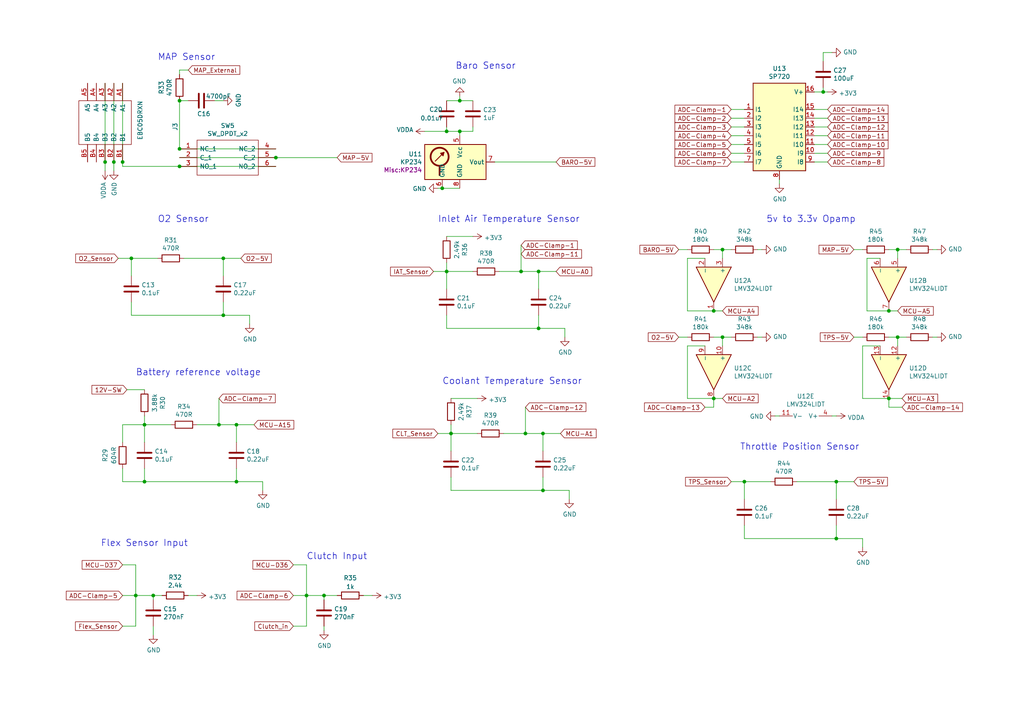
<source format=kicad_sch>
(kicad_sch (version 20230121) (generator eeschema)
  (paper "A4")
  (lib_symbols
    (symbol "Amplifier_Operational:LMV324" (pin_names (offset 0.127))
      (property "Reference" "U" (at 0 5.08 0))
      (property "Value" "LMV324" (at 0 -5.08 0))
      (symbol "LMV324_1_1"
        (pin output line (at 7.62 0 180) (length 2.54) (name "~") (number "1"))
        (pin input line (at -7.62 -2.54 0) (length 2.54) (name "-") (number "2"))
        (pin input line (at -7.62 2.54 0) (length 2.54) (name "+") (number "3"))
      )
      (symbol "LMV324_2_1"
        (pin input line (at -7.62 2.54 0) (length 2.54) (name "+") (number "5"))
        (pin input line (at -7.62 -2.54 0) (length 2.54) (name "-") (number "6"))
        (pin output line (at 7.62 0 180) (length 2.54) (name "~") (number "7"))
      )
      (symbol "LMV324_3_1"
        (pin input line (at -7.62 2.54 0) (length 2.54) (name "+") (number "10"))
        (pin output line (at 7.62 0 180) (length 2.54) (name "~") (number "8"))
        (pin input line (at -7.62 -2.54 0) (length 2.54) (name "-") (number "9"))
      )
      (symbol "LMV324_4_1"
        (pin input line (at -7.62 2.54 0) (length 2.54) (name "+") (number "12"))
        (pin input line (at -7.62 -2.54 0) (length 2.54) (name "-") (number "13"))
        (pin output line (at 7.62 0 180) (length 2.54) (name "~") (number "14"))
      )
      (symbol "LMV324_5_1"
        (pin power_in line (at -2.54 -7.62 90) (length 3.81) (name "V-") (number "11"))
        (pin power_in line (at -2.54 7.62 270) (length 3.81) (name "V+") (number "4"))
      )
    )
    (symbol "Device:C" (pin_numbers hide) (pin_names (offset 0.254))
      (property "Reference" "C" (at 0.635 2.54 0))
      (property "Value" "C" (at 0.635 -2.54 0))
      (symbol "C_1_1"
        (pin passive line (at 0 3.81 270) (length 2.794) (name "~") (number "1"))
        (pin passive line (at 0 -3.81 90) (length 2.794) (name "~") (number "2"))
      )
    )
    (symbol "Device:R" (pin_numbers hide) (pin_names (offset 0))
      (property "Reference" "R" (at 2.032 0 90))
      (property "Value" "R" (at 0 0 90))
      (symbol "R_1_1"
        (pin passive line (at 0 3.81 270) (length 1.27) (name "~") (number "1"))
        (pin passive line (at 0 -3.81 90) (length 1.27) (name "~") (number "2"))
      )
    )
    (symbol "IC_Automotive:SP720"
      (property "Reference" "U" (at 0 15.875 0))
      (property "Value" "SP720" (at 0 13.97 0))
      (symbol "SP720_1_1"
        (pin input line (at -10.16 5.08 0) (length 2.54) (name "I1") (number "1"))
        (pin input line (at 10.16 -7.62 180) (length 2.54) (name "I9") (number "10"))
        (pin input line (at 10.16 -5.08 180) (length 2.54) (name "I10") (number "11"))
        (pin input line (at 10.16 -2.54 180) (length 2.54) (name "I11") (number "12"))
        (pin input line (at 10.16 0 180) (length 2.54) (name "I12") (number "13"))
        (pin open_collector line (at 10.16 2.54 180) (length 2.54) (name "I13") (number "14"))
        (pin input line (at 10.16 5.08 180) (length 2.54) (name "I14") (number "15"))
        (pin power_in line (at 10.16 10.16 180) (length 2.54) (name "V+") (number "16"))
        (pin input line (at -10.16 2.54 0) (length 2.54) (name "I2") (number "2"))
        (pin input line (at -10.16 0 0) (length 2.54) (name "I3") (number "3"))
        (pin input line (at -10.16 -2.54 0) (length 2.54) (name "I4") (number "4"))
        (pin input line (at -10.16 -5.08 0) (length 2.54) (name "I5") (number "5"))
        (pin input line (at -10.16 -7.62 0) (length 2.54) (name "I6") (number "6"))
        (pin input line (at -10.16 -10.16 0) (length 2.54) (name "I7") (number "7"))
        (pin power_in line (at 0 -15.24 90) (length 2.54) (name "GND") (number "8"))
        (pin input line (at 10.16 -10.16 180) (length 2.54) (name "I8") (number "9"))
      )
    )
    (symbol "Misc:AYZ0202AGRLC" (pin_names (offset 0.762))
      (property "Reference" "S" (at 24.13 7.62 0))
      (property "Value" "AYZ0202AGRLC" (at 24.13 5.08 0))
      (symbol "AYZ0202AGRLC_0_0"
        (pin bidirectional line (at 0 0 0) (length 5.08) (name "NC_1") (number "1"))
        (pin bidirectional line (at 0 -2.54 0) (length 5.08) (name "C_1") (number "2"))
        (pin bidirectional line (at 0 -5.08 0) (length 5.08) (name "NO_1") (number "3"))
        (pin bidirectional line (at 27.94 0 180) (length 5.08) (name "NC_2") (number "4"))
        (pin bidirectional line (at 27.94 -2.54 180) (length 5.08) (name "C_2") (number "5"))
        (pin bidirectional line (at 27.94 -5.08 180) (length 5.08) (name "NO_2") (number "6"))
      )
    )
    (symbol "Misc:EBC05DRXN" (pin_names (offset 0.762))
      (property "Reference" "J" (at 19.05 7.62 0))
      (property "Value" "EBC05DRXN" (at 19.05 5.08 0))
      (symbol "EBC05DRXN_0_0"
        (pin passive line (at 0 0 0) (length 5.08) (name "A1") (number "A1"))
        (pin passive line (at 0 -2.54 0) (length 5.08) (name "A2") (number "A2"))
        (pin passive line (at 0 -5.08 0) (length 5.08) (name "A3") (number "A3"))
        (pin passive line (at 0 -7.62 0) (length 5.08) (name "A4") (number "A4"))
        (pin passive line (at 0 -10.16 0) (length 5.08) (name "A5") (number "A5"))
        (pin passive line (at 22.86 0 180) (length 5.08) (name "B1") (number "B1"))
        (pin passive line (at 22.86 -2.54 180) (length 5.08) (name "B2") (number "B2"))
        (pin passive line (at 22.86 -5.08 180) (length 5.08) (name "B3") (number "B3"))
        (pin passive line (at 22.86 -7.62 180) (length 5.08) (name "B4") (number "B4"))
        (pin passive line (at 22.86 -10.16 180) (length 5.08) (name "B5") (number "B5"))
      )
    )
    (symbol "Misc:KP234"
      (property "Reference" "U18" (at -10.8966 2.3114 0))
      (property "Value" "KP234" (at -10.8966 0 0))
      (property "Footprint" "Misc:KP234" (at -10.8966 -2.3114 0))
      (symbol "KP234_1_1"
        (pin no_connect line (at 5.08 -5.08 90) (length 2.54) hide (name "NC") (number "1"))
        (pin no_connect line (at -7.62 -5.08 90) (length 2.54) hide (name "NC") (number "2"))
        (pin no_connect line (at 2.54 -5.08 90) (length 2.54) hide (name "NC") (number "3"))
        (pin no_connect line (at -2.54 -5.08 90) (length 2.54) hide (name "NC") (number "4"))
        (pin power_in line (at 0 7.62 270) (length 2.54) (name "Vcc") (number "5"))
        (pin power_in line (at -5.08 -7.62 90) (length 2.54) (name "GND") (number "6"))
        (pin output line (at 10.16 0 180) (length 2.54) (name "Vout") (number "7"))
        (pin power_in line (at 0 -7.62 90) (length 2.54) (name "GND") (number "8"))
      )
    )
    (symbol "power:+3V3" (power) (pin_names (offset 0))
      (property "Value" "+3V3" (at 0 3.556 0))
      (symbol "+3V3_1_1"
        (pin power_in line (at 0 0 90) (length 0) hide (name "+3V3") (number "1"))
      )
    )
    (symbol "power:GND" (power) (pin_names (offset 0))
      (property "Value" "GND" (at 0 -3.81 0))
      (symbol "GND_1_1"
        (pin power_in line (at 0 0 270) (length 0) hide (name "GND") (number "1"))
      )
    )
    (symbol "power:VDDA" (power) (pin_names (offset 0))
      (property "Value" "VDDA" (at 0 3.81 0))
      (symbol "VDDA_1_1"
        (pin power_in line (at 0 0 90) (length 0) hide (name "VDDA") (number "1"))
      )
    )
  )
  (junction (at 133.35 29.21))
  (junction (at 38.1 74.93))
  (junction (at 238.76 26.67))
  (junction (at 207.01 115.57))
  (junction (at 130.81 125.73))
  (junction (at 151.13 78.74))
  (junction (at 93.98 172.72))
  (junction (at 128.27 54.61))
  (junction (at 129.54 78.74))
  (junction (at 129.54 38.1))
  (junction (at 64.77 74.93))
  (junction (at 209.55 72.39))
  (junction (at 39.37 172.72))
  (junction (at 63.5 123.19))
  (junction (at 242.57 156.21))
  (junction (at 152.4 125.73))
  (junction (at 156.21 95.25))
  (junction (at 156.21 78.74))
  (junction (at 30.48 46.99))
  (junction (at 157.48 142.24))
  (junction (at 44.45 172.72))
  (junction (at 260.35 72.39))
  (junction (at 215.9 139.7))
  (junction (at 157.48 125.73))
  (junction (at 88.9 172.72))
  (junction (at 68.58 139.7))
  (junction (at 257.81 90.17))
  (junction (at 257.81 115.57))
  (junction (at 35.56 46.99))
  (junction (at 133.35 38.1))
  (junction (at 242.57 139.7))
  (junction (at 207.01 90.17))
  (junction (at 64.77 91.44))
  (junction (at 41.91 139.7))
  (junction (at 41.91 123.19))
  (junction (at 52.07 29.21))
  (junction (at 33.02 46.99))
  (junction (at 52.07 48.26))
  (junction (at 52.07 43.18))
  (junction (at 80.01 45.72))
  (junction (at 209.55 97.79))
  (junction (at 260.35 97.79))
  (junction (at 68.58 123.19))
  (wire (pts (xy 44.45 172.72) (xy 39.37 172.72)))
  (wire (pts (xy 241.3 15.24) (xy 238.76 15.24)))
  (wire (pts (xy 130.81 142.24) (xy 157.48 142.24)))
  (wire (pts (xy 257.81 97.79) (xy 260.35 97.79)))
  (wire (pts (xy 247.65 139.7) (xy 242.57 139.7)))
  (wire (pts (xy 199.39 100.33) (xy 199.39 115.57)))
  (wire (pts (xy 44.45 173.99) (xy 44.45 172.72)))
  (wire (pts (xy 57.15 123.19) (xy 63.5 123.19)))
  (wire (pts (xy 144.78 78.74) (xy 151.13 78.74)))
  (wire (pts (xy 33.02 49.53) (xy 33.02 46.99)))
  (wire (pts (xy 207.01 118.11) (xy 207.01 115.57)))
  (wire (pts (xy 236.22 44.45) (xy 240.03 44.45)))
  (wire (pts (xy 129.54 29.21) (xy 133.35 29.21)))
  (wire (pts (xy 157.48 125.73) (xy 157.48 130.81)))
  (wire (pts (xy 165.1 142.24) (xy 165.1 144.78)))
  (wire (pts (xy 261.62 115.57) (xy 257.81 115.57)))
  (wire (pts (xy 30.48 24.13) (xy 30.48 46.99)))
  (wire (pts (xy 88.9 181.61) (xy 88.9 172.72)))
  (wire (pts (xy 73.66 123.19) (xy 68.58 123.19)))
  (wire (pts (xy 41.91 120.65) (xy 41.91 123.19)))
  (wire (pts (xy 240.03 41.91) (xy 236.22 41.91)))
  (wire (pts (xy 39.37 172.72) (xy 35.56 172.72)))
  (wire (pts (xy 76.2 139.7) (xy 76.2 142.24)))
  (wire (pts (xy 88.9 163.83) (xy 88.9 172.72)))
  (wire (pts (xy 85.09 172.72) (xy 88.9 172.72)))
  (wire (pts (xy 129.54 83.82) (xy 129.54 78.74)))
  (wire (pts (xy 215.9 44.45) (xy 212.09 44.45)))
  (wire (pts (xy 251.46 90.17) (xy 257.81 90.17)))
  (wire (pts (xy 68.58 135.89) (xy 68.58 139.7)))
  (wire (pts (xy 64.77 29.21) (xy 62.23 29.21)))
  (wire (pts (xy 251.46 74.93) (xy 251.46 90.17)))
  (wire (pts (xy 129.54 91.44) (xy 129.54 95.25)))
  (wire (pts (xy 93.98 172.72) (xy 97.79 172.72)))
  (wire (pts (xy 151.13 71.12) (xy 151.13 78.74)))
  (wire (pts (xy 231.14 139.7) (xy 242.57 139.7)))
  (wire (pts (xy 199.39 74.93) (xy 204.47 74.93)))
  (wire (pts (xy 215.9 139.7) (xy 223.52 139.7)))
  (wire (pts (xy 162.56 125.73) (xy 157.48 125.73)))
  (wire (pts (xy 129.54 36.83) (xy 129.54 38.1)))
  (wire (pts (xy 52.07 43.18) (xy 80.01 43.18)))
  (wire (pts (xy 39.37 163.83) (xy 39.37 172.72)))
  (wire (pts (xy 129.54 76.2) (xy 129.54 78.74)))
  (wire (pts (xy 53.34 74.93) (xy 64.77 74.93)))
  (wire (pts (xy 261.62 118.11) (xy 257.81 118.11)))
  (wire (pts (xy 209.55 90.17) (xy 207.01 90.17)))
  (wire (pts (xy 129.54 78.74) (xy 137.16 78.74)))
  (wire (pts (xy 156.21 78.74) (xy 156.21 83.82)))
  (wire (pts (xy 64.77 74.93) (xy 64.77 80.01)))
  (wire (pts (xy 130.81 125.73) (xy 138.43 125.73)))
  (wire (pts (xy 270.51 97.79) (xy 271.78 97.79)))
  (wire (pts (xy 39.37 181.61) (xy 39.37 172.72)))
  (wire (pts (xy 209.55 74.93) (xy 209.55 72.39)))
  (wire (pts (xy 35.56 163.83) (xy 39.37 163.83)))
  (wire (pts (xy 93.98 173.99) (xy 93.98 172.72)))
  (wire (pts (xy 33.02 24.13) (xy 33.02 46.99)))
  (wire (pts (xy 137.16 68.58) (xy 129.54 68.58)))
  (wire (pts (xy 260.35 100.33) (xy 260.35 97.79)))
  (wire (pts (xy 250.19 100.33) (xy 250.19 115.57)))
  (wire (pts (xy 38.1 87.63) (xy 38.1 91.44)))
  (wire (pts (xy 35.56 48.26) (xy 52.07 48.26)))
  (wire (pts (xy 52.07 29.21) (xy 52.07 43.18)))
  (wire (pts (xy 204.47 118.11) (xy 207.01 118.11)))
  (wire (pts (xy 260.35 72.39) (xy 262.89 72.39)))
  (wire (pts (xy 68.58 139.7) (xy 76.2 139.7)))
  (wire (pts (xy 68.58 123.19) (xy 68.58 128.27)))
  (wire (pts (xy 127 54.61) (xy 128.27 54.61)))
  (wire (pts (xy 260.35 72.39) (xy 257.81 72.39)))
  (wire (pts (xy 247.65 97.79) (xy 250.19 97.79)))
  (wire (pts (xy 63.5 115.57) (xy 63.5 123.19)))
  (wire (pts (xy 215.9 156.21) (xy 242.57 156.21)))
  (wire (pts (xy 209.55 72.39) (xy 212.09 72.39)))
  (wire (pts (xy 64.77 87.63) (xy 64.77 91.44)))
  (wire (pts (xy 163.83 95.25) (xy 163.83 97.79)))
  (wire (pts (xy 207.01 90.17) (xy 199.39 90.17)))
  (wire (pts (xy 250.19 115.57) (xy 257.81 115.57)))
  (wire (pts (xy 220.98 72.39) (xy 219.71 72.39)))
  (wire (pts (xy 41.91 139.7) (xy 68.58 139.7)))
  (wire (pts (xy 85.09 181.61) (xy 88.9 181.61)))
  (wire (pts (xy 204.47 100.33) (xy 199.39 100.33)))
  (wire (pts (xy 46.99 172.72) (xy 44.45 172.72)))
  (wire (pts (xy 44.45 184.15) (xy 44.45 181.61)))
  (wire (pts (xy 130.81 138.43) (xy 130.81 142.24)))
  (wire (pts (xy 35.56 123.19) (xy 41.91 123.19)))
  (wire (pts (xy 242.57 152.4) (xy 242.57 156.21)))
  (wire (pts (xy 41.91 128.27) (xy 41.91 123.19)))
  (wire (pts (xy 35.56 46.99) (xy 35.56 48.26)))
  (wire (pts (xy 52.07 45.72) (xy 80.01 45.72)))
  (wire (pts (xy 41.91 135.89) (xy 41.91 139.7)))
  (wire (pts (xy 242.57 156.21) (xy 250.19 156.21)))
  (wire (pts (xy 35.56 139.7) (xy 41.91 139.7)))
  (wire (pts (xy 137.16 36.83) (xy 137.16 38.1)))
  (wire (pts (xy 196.85 72.39) (xy 199.39 72.39)))
  (wire (pts (xy 138.43 115.57) (xy 130.81 115.57)))
  (wire (pts (xy 240.03 31.75) (xy 236.22 31.75)))
  (wire (pts (xy 157.48 138.43) (xy 157.48 142.24)))
  (wire (pts (xy 212.09 36.83) (xy 215.9 36.83)))
  (wire (pts (xy 215.9 144.78) (xy 215.9 139.7)))
  (wire (pts (xy 35.56 24.13) (xy 35.56 46.99)))
  (wire (pts (xy 36.83 113.03) (xy 41.91 113.03)))
  (wire (pts (xy 69.85 74.93) (xy 64.77 74.93)))
  (wire (pts (xy 151.13 78.74) (xy 156.21 78.74)))
  (wire (pts (xy 125.73 78.74) (xy 129.54 78.74)))
  (wire (pts (xy 34.29 74.93) (xy 38.1 74.93)))
  (wire (pts (xy 215.9 152.4) (xy 215.9 156.21)))
  (wire (pts (xy 209.55 72.39) (xy 207.01 72.39)))
  (wire (pts (xy 199.39 115.57) (xy 207.01 115.57)))
  (wire (pts (xy 260.35 90.17) (xy 257.81 90.17)))
  (wire (pts (xy 54.61 172.72) (xy 57.15 172.72)))
  (wire (pts (xy 238.76 15.24) (xy 238.76 17.78)))
  (wire (pts (xy 38.1 91.44) (xy 64.77 91.44)))
  (wire (pts (xy 156.21 95.25) (xy 163.83 95.25)))
  (wire (pts (xy 128.27 54.61) (xy 133.35 54.61)))
  (wire (pts (xy 130.81 123.19) (xy 130.81 125.73)))
  (wire (pts (xy 85.09 163.83) (xy 88.9 163.83)))
  (wire (pts (xy 156.21 91.44) (xy 156.21 95.25)))
  (wire (pts (xy 157.48 142.24) (xy 165.1 142.24)))
  (wire (pts (xy 133.35 29.21) (xy 137.16 29.21)))
  (wire (pts (xy 226.06 53.34) (xy 226.06 52.07)))
  (wire (pts (xy 127 125.73) (xy 130.81 125.73)))
  (wire (pts (xy 35.56 181.61) (xy 39.37 181.61)))
  (wire (pts (xy 152.4 125.73) (xy 157.48 125.73)))
  (wire (pts (xy 35.56 128.27) (xy 35.56 123.19)))
  (wire (pts (xy 199.39 90.17) (xy 199.39 74.93)))
  (wire (pts (xy 240.03 36.83) (xy 236.22 36.83)))
  (wire (pts (xy 52.07 48.26) (xy 80.01 48.26)))
  (wire (pts (xy 215.9 34.29) (xy 212.09 34.29)))
  (wire (pts (xy 93.98 181.61) (xy 93.98 182.88)))
  (wire (pts (xy 238.76 25.4) (xy 238.76 26.67)))
  (wire (pts (xy 212.09 46.99) (xy 215.9 46.99)))
  (wire (pts (xy 152.4 118.11) (xy 152.4 125.73)))
  (wire (pts (xy 236.22 39.37) (xy 240.03 39.37)))
  (wire (pts (xy 146.05 125.73) (xy 152.4 125.73)))
  (wire (pts (xy 236.22 34.29) (xy 240.03 34.29)))
  (wire (pts (xy 133.35 29.21) (xy 133.35 27.94)))
  (wire (pts (xy 196.85 97.79) (xy 199.39 97.79)))
  (wire (pts (xy 260.35 74.93) (xy 260.35 72.39)))
  (wire (pts (xy 143.51 46.99) (xy 161.29 46.99)))
  (wire (pts (xy 105.41 172.72) (xy 107.95 172.72)))
  (wire (pts (xy 129.54 95.25) (xy 156.21 95.25)))
  (wire (pts (xy 260.35 97.79) (xy 262.89 97.79)))
  (wire (pts (xy 250.19 156.21) (xy 250.19 158.75)))
  (wire (pts (xy 52.07 20.32) (xy 52.07 21.59)))
  (wire (pts (xy 240.03 46.99) (xy 236.22 46.99)))
  (wire (pts (xy 41.91 123.19) (xy 49.53 123.19)))
  (wire (pts (xy 242.57 139.7) (xy 242.57 144.78)))
  (wire (pts (xy 209.55 100.33) (xy 209.55 97.79)))
  (wire (pts (xy 130.81 130.81) (xy 130.81 125.73)))
  (wire (pts (xy 129.54 38.1) (xy 133.35 38.1)))
  (wire (pts (xy 161.29 78.74) (xy 156.21 78.74)))
  (wire (pts (xy 242.57 120.65) (xy 241.3 120.65)))
  (wire (pts (xy 80.01 45.72) (xy 97.79 45.72)))
  (wire (pts (xy 215.9 39.37) (xy 212.09 39.37)))
  (wire (pts (xy 209.55 115.57) (xy 207.01 115.57)))
  (wire (pts (xy 64.77 91.44) (xy 72.39 91.44)))
  (wire (pts (xy 52.07 29.21) (xy 54.61 29.21)))
  (wire (pts (xy 38.1 80.01) (xy 38.1 74.93)))
  (wire (pts (xy 72.39 91.44) (xy 72.39 93.98)))
  (wire (pts (xy 247.65 72.39) (xy 250.19 72.39)))
  (wire (pts (xy 38.1 74.93) (xy 45.72 74.93)))
  (wire (pts (xy 123.19 38.1) (xy 129.54 38.1)))
  (wire (pts (xy 35.56 135.89) (xy 35.56 139.7)))
  (wire (pts (xy 133.35 38.1) (xy 133.35 39.37)))
  (wire (pts (xy 54.61 20.32) (xy 52.07 20.32)))
  (wire (pts (xy 137.16 38.1) (xy 133.35 38.1)))
  (wire (pts (xy 220.98 97.79) (xy 219.71 97.79)))
  (wire (pts (xy 88.9 172.72) (xy 93.98 172.72)))
  (wire (pts (xy 224.79 120.65) (xy 226.06 120.65)))
  (wire (pts (xy 257.81 118.11) (xy 257.81 115.57)))
  (wire (pts (xy 240.03 26.67) (xy 238.76 26.67)))
  (wire (pts (xy 212.09 41.91) (xy 215.9 41.91)))
  (wire (pts (xy 271.78 72.39) (xy 270.51 72.39)))
  (wire (pts (xy 212.09 139.7) (xy 215.9 139.7)))
  (wire (pts (xy 30.48 46.99) (xy 30.48 49.53)))
  (wire (pts (xy 212.09 31.75) (xy 215.9 31.75)))
  (wire (pts (xy 255.27 100.33) (xy 250.19 100.33)))
  (wire (pts (xy 63.5 123.19) (xy 68.58 123.19)))
  (wire (pts (xy 238.76 26.67) (xy 236.22 26.67)))
  (wire (pts (xy 209.55 97.79) (xy 212.09 97.79)))
  (wire (pts (xy 209.55 97.79) (xy 207.01 97.79)))
  (wire (pts (xy 255.27 74.93) (xy 251.46 74.93)))
  (text "5v to 3.3v Opamp" (at 222.25 64.77 0) (effects (font (size 1.8796 1.8796)) (justify left bottom)))
  (text "Inlet Air Temperature Sensor" (at 127 64.77 0) (effects (font (size 1.8796 1.8796)) (justify left bottom)))
  (text "Battery reference voltage" (at 39.37 109.22 0) (effects (font (size 1.8796 1.8796)) (justify left bottom)))
  (text "Flex Sensor Input" (at 29.21 158.75 0) (effects (font (size 1.8796 1.8796)) (justify left bottom)))
  (text "Coolant Temperature Sensor" (at 128.27 111.76 0) (effects (font (size 1.8796 1.8796)) (justify left bottom)))
  (text "Throttle Position Sensor" (at 214.63 130.81 0) (effects (font (size 1.8796 1.8796)) (justify left bottom)))
  (text "Baro Sensor" (at 132.08 20.32 0) (effects (font (size 1.8796 1.8796)) (justify left bottom)))
  (text "Clutch Input" (at 88.9 162.56 0) (effects (font (size 1.8796 1.8796)) (justify left bottom)))
  (text "MAP Sensor" (at 45.72 17.78 0) (effects (font (size 1.8796 1.8796)) (justify left bottom)))
  (text "O2 Sensor" (at 45.72 64.77 0) (effects (font (size 1.8796 1.8796)) (justify left bottom)))
  (global_label "TPS-5V" (shape input) (at 247.65 139.7 0) (property "Intersheetrefs" "${INTERSHEET_REFS}" (effects hide)))
  (global_label "O2_Sensor" (shape input) (at 34.29 74.93 180) (property "Intersheetrefs" "${INTERSHEET_REFS}" (effects hide)))
  (global_label "ADC-Clamp-14" (shape input) (at 261.62 118.11 0) (property "Intersheetrefs" "${INTERSHEET_REFS}" (effects hide)))
  (global_label "MCU-D36" (shape input) (at 85.09 163.83 180) (property "Intersheetrefs" "${INTERSHEET_REFS}" (effects hide)))
  (global_label "ADC-Clamp-12" (shape input) (at 240.03 36.83 0) (property "Intersheetrefs" "${INTERSHEET_REFS}" (effects hide)))
  (global_label "ADC-Clamp-7" (shape input) (at 212.09 46.99 180) (property "Intersheetrefs" "${INTERSHEET_REFS}" (effects hide)))
  (global_label "ADC-Clamp-3" (shape input) (at 212.09 36.83 180) (property "Intersheetrefs" "${INTERSHEET_REFS}" (effects hide)))
  (global_label "MCU-A2" (shape input) (at 209.55 115.57 0) (property "Intersheetrefs" "${INTERSHEET_REFS}" (effects hide)))
  (global_label "ADC-Clamp-2" (shape input) (at 212.09 34.29 180) (property "Intersheetrefs" "${INTERSHEET_REFS}" (effects hide)))
  (global_label "TPS-5V" (shape input) (at 247.65 97.79 180) (property "Intersheetrefs" "${INTERSHEET_REFS}" (effects hide)))
  (global_label "MCU-A0" (shape input) (at 161.29 78.74 0) (property "Intersheetrefs" "${INTERSHEET_REFS}" (effects hide)))
  (global_label "TPS_Sensor" (shape input) (at 212.09 139.7 180) (property "Intersheetrefs" "${INTERSHEET_REFS}" (effects hide)))
  (global_label "ADC-Clamp-8" (shape input) (at 240.03 46.99 0) (property "Intersheetrefs" "${INTERSHEET_REFS}" (effects hide)))
  (global_label "ADC-Clamp-13" (shape input) (at 204.47 118.11 180) (property "Intersheetrefs" "${INTERSHEET_REFS}" (effects hide)))
  (global_label "MAP-5V" (shape input) (at 247.65 72.39 180) (property "Intersheetrefs" "${INTERSHEET_REFS}" (effects hide)))
  (global_label "Flex_Sensor" (shape input) (at 35.56 181.61 180) (property "Intersheetrefs" "${INTERSHEET_REFS}" (effects hide)))
  (global_label "MCU-A3" (shape input) (at 261.62 115.57 0) (property "Intersheetrefs" "${INTERSHEET_REFS}" (effects hide)))
  (global_label "MAP_External" (shape input) (at 54.61 20.32 0) (property "Intersheetrefs" "${INTERSHEET_REFS}" (effects hide)))
  (global_label "ADC-Clamp-1" (shape input) (at 212.09 31.75 180) (property "Intersheetrefs" "${INTERSHEET_REFS}" (effects hide)))
  (global_label "12V-SW" (shape input) (at 36.83 113.03 180) (property "Intersheetrefs" "${INTERSHEET_REFS}" (effects hide)))
  (global_label "ADC-Clamp-10" (shape input) (at 240.03 41.91 0) (property "Intersheetrefs" "${INTERSHEET_REFS}" (effects hide)))
  (global_label "ADC-Clamp-6" (shape input) (at 212.09 44.45 180) (property "Intersheetrefs" "${INTERSHEET_REFS}" (effects hide)))
  (global_label "MCU-A1" (shape input) (at 162.56 125.73 0) (property "Intersheetrefs" "${INTERSHEET_REFS}" (effects hide)))
  (global_label "IAT_Sensor" (shape input) (at 125.73 78.74 180) (property "Intersheetrefs" "${INTERSHEET_REFS}" (effects hide)))
  (global_label "ADC-Clamp-9" (shape input) (at 240.03 44.45 0) (property "Intersheetrefs" "${INTERSHEET_REFS}" (effects hide)))
  (global_label "Clutch_in" (shape input) (at 85.09 181.61 180) (property "Intersheetrefs" "${INTERSHEET_REFS}" (effects hide)))
  (global_label "ADC-Clamp-7" (shape input) (at 63.5 115.57 0) (property "Intersheetrefs" "${INTERSHEET_REFS}" (effects hide)))
  (global_label "O2-5V" (shape input) (at 69.85 74.93 0) (property "Intersheetrefs" "${INTERSHEET_REFS}" (effects hide)))
  (global_label "ADC-Clamp-6" (shape input) (at 85.09 172.72 180) (property "Intersheetrefs" "${INTERSHEET_REFS}" (effects hide)))
  (global_label "O2-5V" (shape input) (at 196.85 97.79 180) (property "Intersheetrefs" "${INTERSHEET_REFS}" (effects hide)))
  (global_label "ADC-Clamp-11" (shape input) (at 151.13 73.66 0) (property "Intersheetrefs" "${INTERSHEET_REFS}" (effects hide)))
  (global_label "MCU-A4" (shape input) (at 209.55 90.17 0) (property "Intersheetrefs" "${INTERSHEET_REFS}" (effects hide)))
  (global_label "MAP-5V" (shape input) (at 97.79 45.72 0) (property "Intersheetrefs" "${INTERSHEET_REFS}" (effects hide)))
  (global_label "ADC-Clamp-5" (shape input) (at 212.09 41.91 180) (property "Intersheetrefs" "${INTERSHEET_REFS}" (effects hide)))
  (global_label "ADC-Clamp-4" (shape input) (at 212.09 39.37 180) (property "Intersheetrefs" "${INTERSHEET_REFS}" (effects hide)))
  (global_label "ADC-Clamp-12" (shape input) (at 152.4 118.11 0) (property "Intersheetrefs" "${INTERSHEET_REFS}" (effects hide)))
  (global_label "CLT_Sensor" (shape input) (at 127 125.73 180) (property "Intersheetrefs" "${INTERSHEET_REFS}" (effects hide)))
  (global_label "ADC-Clamp-13" (shape input) (at 240.03 34.29 0) (property "Intersheetrefs" "${INTERSHEET_REFS}" (effects hide)))
  (global_label "MCU-A5" (shape input) (at 260.35 90.17 0) (property "Intersheetrefs" "${INTERSHEET_REFS}" (effects hide)))
  (global_label "BARO-5V" (shape input) (at 161.29 46.99 0) (property "Intersheetrefs" "${INTERSHEET_REFS}" (effects hide)))
  (global_label "ADC-Clamp-1" (shape input) (at 151.13 71.12 0) (property "Intersheetrefs" "${INTERSHEET_REFS}" (effects hide)))
  (global_label "MCU-D37" (shape input) (at 35.56 163.83 180) (property "Intersheetrefs" "${INTERSHEET_REFS}" (effects hide)))
  (global_label "ADC-Clamp-14" (shape input) (at 240.03 31.75 0) (property "Intersheetrefs" "${INTERSHEET_REFS}" (effects hide)))
  (global_label "MCU-A15" (shape input) (at 73.66 123.19 0) (property "Intersheetrefs" "${INTERSHEET_REFS}" (effects hide)))
  (global_label "ADC-Clamp-5" (shape input) (at 35.56 172.72 180) (property "Intersheetrefs" "${INTERSHEET_REFS}" (effects hide)))
  (global_label "BARO-5V" (shape input) (at 196.85 72.39 180) (property "Intersheetrefs" "${INTERSHEET_REFS}" (effects hide)))
  (global_label "ADC-Clamp-11" (shape input) (at 240.03 39.37 0) (property "Intersheetrefs" "${INTERSHEET_REFS}" (effects hide)))
  (symbol (lib_id "power:GND") (at 72.39 93.98 0) (unit 1)
    (property "Reference" "#PWR063" (effects hide))
    (property "Value" "GND" (at 72.517 98.3742 0))
  )
  (symbol (lib_id "Device:C") (at 129.54 87.63 0) (unit 1)
    (property "Reference" "C21" (at 132.461 86.4616 0) (effects (justify left)))
    (property "Value" "0.1uF" (at 132.461 88.773 0) (effects (justify left)))
    (property "Footprint" "Capacitor_SMD:C_0805_2012Metric" (effects hide))
    (property "Digikey Part Number" "311-1140-1-ND" (effects hide))
    (property "Manufacturer_Name" "Yageo" (effects hide))
    (property "Manufacturer_Part_Number" "CC0805KRX7R9BB104" (effects hide))
    (property "URL" "https://www.digikey.com.au/product-detail/en/yageo/CC0805KRX7R9BB104/311-1140-1-ND/303050" (effects hide))
  )
  (symbol (lib_id "Device:C") (at 64.77 83.82 0) (unit 1)
    (property "Reference" "C17" (at 67.691 82.6516 0) (effects (justify left)))
    (property "Value" "0.22uF" (at 67.691 84.963 0) (effects (justify left)))
    (property "Footprint" "Capacitor_SMD:C_0805_2012Metric" (effects hide))
    (property "Digikey Part Number" "1276-1284-1-ND" (effects hide))
    (property "Manufacturer_Name" "Samsung" (effects hide))
    (property "Manufacturer_Part_Number" "CL21B224KOCNNNC" (effects hide))
    (property "URL" "https://www.digikey.com/product-detail/en/samsung-electro-mechanics-america-inc/CL21B224KOCNNNC/1276-1284-1-ND/3889370" (effects hide))
  )
  (symbol (lib_id "Device:C") (at 38.1 83.82 0) (unit 1)
    (property "Reference" "C13" (at 41.021 82.6516 0) (effects (justify left)))
    (property "Value" "0.1uF" (at 41.021 84.963 0) (effects (justify left)))
    (property "Footprint" "Capacitor_SMD:C_0805_2012Metric" (effects hide))
    (property "Digikey Part Number" "311-1140-1-ND" (effects hide))
    (property "Manufacturer_Name" "Yageo" (effects hide))
    (property "Manufacturer_Part_Number" "CC0805KRX7R9BB104" (effects hide))
    (property "URL" "https://www.digikey.com.au/product-detail/en/yageo/CC0805KRX7R9BB104/311-1140-1-ND/303050" (effects hide))
  )
  (symbol (lib_id "Device:C") (at 242.57 148.59 0) (unit 1)
    (property "Reference" "C28" (at 245.491 147.4216 0) (effects (justify left)))
    (property "Value" "0.22uF" (at 245.491 149.733 0) (effects (justify left)))
    (property "Footprint" "Capacitor_SMD:C_0805_2012Metric" (effects hide))
    (property "Digikey Part Number" "1276-1284-1-ND" (effects hide))
    (property "Manufacturer_Name" "Samsung" (effects hide))
    (property "Manufacturer_Part_Number" "CL21B224KOCNNNC" (effects hide))
    (property "URL" "https://www.digikey.com/product-detail/en/samsung-electro-mechanics-america-inc/CL21B224KOCNNNC/1276-1284-1-ND/3889370" (effects hide))
  )
  (symbol (lib_id "Device:C") (at 215.9 148.59 0) (unit 1)
    (property "Reference" "C26" (at 218.821 147.4216 0) (effects (justify left)))
    (property "Value" "0.1uF" (at 218.821 149.733 0) (effects (justify left)))
    (property "Footprint" "Capacitor_SMD:C_0805_2012Metric" (effects hide))
    (property "Digikey Part Number" "311-1140-1-ND" (effects hide))
    (property "Manufacturer_Name" "Yageo" (effects hide))
    (property "Manufacturer_Part_Number" "CC0805KRX7R9BB104" (effects hide))
    (property "URL" "https://www.digikey.com.au/product-detail/en/yageo/CC0805KRX7R9BB104/311-1140-1-ND/303050" (effects hide))
  )
  (symbol (lib_id "power:GND") (at 250.19 158.75 0) (unit 1)
    (property "Reference" "#PWR081" (effects hide))
    (property "Value" "GND" (at 250.317 163.1442 0))
  )
  (symbol (lib_id "power:GND") (at 163.83 97.79 0) (unit 1)
    (property "Reference" "#PWR072" (effects hide))
    (property "Value" "GND" (at 163.957 102.1842 0))
  )
  (symbol (lib_id "Device:R") (at 129.54 72.39 180) (unit 1)
    (property "Reference" "R36" (at 134.7978 72.39 90))
    (property "Value" "2.49k" (at 132.4864 72.39 90))
    (property "Footprint" "Resistor_SMD:R_0805_2012Metric" (effects hide))
    (property "Digikey Part Number" "YAG1854CT-ND" (effects hide))
    (property "Manufacturer_Name" "Yageo" (effects hide))
    (property "Manufacturer_Part_Number" "RT0805BRD072K49L" (effects hide))
    (property "Tolerance" "0.1%" (effects hide))
    (property "URL" "https://www.digikey.com/product-detail/en/yageo/RT0805BRD072K49L/YAG1854CT-ND/5139302" (effects hide))
  )
  (symbol (lib_id "Device:R") (at 142.24 125.73 270) (unit 1)
    (property "Reference" "R39" (at 142.24 120.4722 90))
    (property "Value" "470R" (at 142.24 122.7836 90))
    (property "Footprint" "Resistor_SMD:R_0805_2012Metric" (effects hide))
    (property "Digikey Part Number" "P470CCT-ND" (effects hide))
    (property "Manufacturer_Name" "Panasonic" (effects hide))
    (property "Manufacturer_Part_Number" "ERJ-6ENF4700V" (effects hide))
    (property "URL" "https://www.digikey.com/product-detail/en/panasonic-electronic-components/ERJ-6ENF4700V/P470CCT-ND/1746871" (effects hide))
  )
  (symbol (lib_id "Device:C") (at 157.48 134.62 0) (unit 1)
    (property "Reference" "C25" (at 160.401 133.4516 0) (effects (justify left)))
    (property "Value" "0.22uF" (at 160.401 135.763 0) (effects (justify left)))
    (property "Footprint" "Capacitor_SMD:C_0805_2012Metric" (effects hide))
    (property "Digikey Part Number" "1276-1284-1-ND" (effects hide))
    (property "Manufacturer_Name" "Samsung" (effects hide))
    (property "Manufacturer_Part_Number" "CL21B224KOCNNNC" (effects hide))
    (property "URL" "https://www.digikey.com/product-detail/en/samsung-electro-mechanics-america-inc/CL21B224KOCNNNC/1276-1284-1-ND/3889370" (effects hide))
  )
  (symbol (lib_id "Device:C") (at 130.81 134.62 0) (unit 1)
    (property "Reference" "C22" (at 133.731 133.4516 0) (effects (justify left)))
    (property "Value" "0.1uF" (at 133.731 135.763 0) (effects (justify left)))
    (property "Footprint" "Capacitor_SMD:C_0805_2012Metric" (effects hide))
    (property "Digikey Part Number" "311-1140-1-ND" (effects hide))
    (property "Manufacturer_Name" "Yageo" (effects hide))
    (property "Manufacturer_Part_Number" "CC0805KRX7R9BB104" (effects hide))
    (property "URL" "https://www.digikey.com.au/product-detail/en/yageo/CC0805KRX7R9BB104/311-1140-1-ND/303050" (effects hide))
  )
  (symbol (lib_id "Device:R") (at 101.6 172.72 90) (unit 1)
    (property "Reference" "R35" (at 101.6 167.64 90))
    (property "Value" "1k" (at 101.6 170.18 90))
    (property "Footprint" "Resistor_SMD:R_0805_2012Metric" (effects hide))
    (property "Digikey Part Number" "311-1.00KCRCT-ND" (effects hide))
    (property "Manufacturer_Name" "Yageo" (effects hide))
    (property "Manufacturer_Part_Number" "RC0805FR-071KL" (effects hide))
    (property "URL" "https://www.digikey.com/product-detail/en/yageo/RC0805FR-071KL/311-1.00KCRCT-ND/730391" (effects hide))
  )
  (symbol (lib_id "Device:C") (at 44.45 177.8 0) (unit 1)
    (property "Reference" "C15" (at 47.371 176.6316 0) (effects (justify left)))
    (property "Value" "270nF" (at 47.371 178.943 0) (effects (justify left)))
    (property "Footprint" "Capacitor_SMD:C_0805_2012Metric" (effects hide))
    (property "Digikey Part Number" "311-4268-1-ND" (effects hide))
    (property "Manufacturer_Name" "Yageo" (effects hide))
    (property "Manufacturer_Part_Number" "CC0805JRX7R7BB274" (effects hide))
    (property "URL" "https://www.digikey.com.au/product-detail/en/yageo/CC0805JRX7R7BB274/311-4268-1-ND/8025357" (effects hide))
  )
  (symbol (lib_id "Device:C") (at 137.16 33.02 0) (unit 1)
    (property "Reference" "C23" (at 140.081 31.8516 0) (effects (justify left)))
    (property "Value" "1uF" (at 140.081 34.163 0) (effects (justify left)))
    (property "Footprint" "Capacitor_SMD:C_0805_2012Metric" (effects hide))
    (property "Digikey Part Number" "311-1365-1-ND" (effects hide))
    (property "Manufacturer_Name" "Yageo" (effects hide))
    (property "Manufacturer_Part_Number" "CC0805KKX7R7BB105" (effects hide))
    (property "URL" "https://www.digikey.com/product-detail/en/yageo/CC0805KKX7R7BB105/311-1365-1-ND/2103149" (effects hide))
  )
  (symbol (lib_id "power:GND") (at 133.35 27.94 180) (unit 1)
    (property "Reference" "#PWR069" (effects hide))
    (property "Value" "GND" (at 133.223 23.5458 0))
  )
  (symbol (lib_id "power:+3V3") (at 138.43 115.57 270) (unit 1)
    (property "Reference" "#PWR071" (effects hide))
    (property "Value" "+3V3" (at 141.6812 115.951 90) (effects (justify left)))
  )
  (symbol (lib_id "power:+3V3") (at 137.16 68.58 270) (unit 1)
    (property "Reference" "#PWR070" (effects hide))
    (property "Value" "+3V3" (at 140.4112 68.961 90) (effects (justify left)))
  )
  (symbol (lib_id "Device:R") (at 203.2 72.39 270) (unit 1)
    (property "Reference" "R40" (at 203.2 67.1322 90))
    (property "Value" "180k" (at 203.2 69.4436 90))
    (property "Footprint" "Resistor_SMD:R_0805_2012Metric" (effects hide))
    (property "Digikey Part Number" "311-180KCRCT-ND" (effects hide))
    (property "Manufacturer_Name" "Yageo" (effects hide))
    (property "Manufacturer_Part_Number" "RC0805FR-07180KL" (effects hide))
    (property "URL" "https://www.digikey.com.au/product-detail/en/yageo/RC0805FR-07180KL/311-180KCRCT-ND/730597" (effects hide))
  )
  (symbol (lib_id "power:GND") (at 220.98 72.39 90) (unit 1)
    (property "Reference" "#PWR074" (effects hide))
    (property "Value" "GND" (at 224.2312 72.263 90) (effects (justify right)))
  )
  (symbol (lib_id "Device:R") (at 266.7 72.39 270) (unit 1)
    (property "Reference" "R47" (at 266.7 67.1322 90))
    (property "Value" "348k" (at 266.7 69.4436 90))
    (property "Footprint" "Resistor_SMD:R_0805_2012Metric" (effects hide))
    (property "Digikey Part Number" "P348KCDKR-ND" (effects hide))
    (property "Manufacturer_Name" "Panasonic" (effects hide))
    (property "Manufacturer_Part_Number" "ERJ-6ENF3483V" (effects hide))
    (property "URL" "https://www.digikey.com.au/product-detail/en/panasonic-electronic-components/ERJ-6ENF3483V/P348KCDKR-ND/576673" (effects hide))
  )
  (symbol (lib_id "power:GND") (at 271.78 72.39 90) (unit 1)
    (property "Reference" "#PWR082" (effects hide))
    (property "Value" "GND" (at 275.0312 72.263 90) (effects (justify right)))
  )
  (symbol (lib_id "Device:R") (at 203.2 97.79 270) (unit 1)
    (property "Reference" "R41" (at 203.2 92.5322 90))
    (property "Value" "180k" (at 203.2 94.8436 90))
    (property "Footprint" "Resistor_SMD:R_0805_2012Metric" (effects hide))
    (property "Digikey Part Number" "311-180KCRCT-ND" (effects hide))
    (property "Manufacturer_Name" "Yageo" (effects hide))
    (property "Manufacturer_Part_Number" "RC0805FR-07180KL" (effects hide))
    (property "URL" "https://www.digikey.com.au/product-detail/en/yageo/RC0805FR-07180KL/311-180KCRCT-ND/730597" (effects hide))
  )
  (symbol (lib_id "IC_Automotive:SP720") (at 226.06 36.83 0) (unit 1)
    (property "Reference" "U13" (at 226.06 19.8882 0))
    (property "Value" "SP720" (at 226.06 22.1996 0))
    (property "Footprint" "Package_SO:SOIC-16_3.9x9.9mm_P1.27mm" (effects hide))
    (property "Datasheet" "https://m.littelfuse.com/~/media/electronics/datasheets/tvs_diode_arrays/littelfuse_tvs_diode_array_sp720_datasheet.pdf.pdf" (effects hide))
    (property "Digikey Part Number" "F3162CT-ND" (effects hide))
    (property "Manufacturer_Name" "Littelfuse" (effects hide))
    (property "Manufacturer_Part_Number" "SP720ABTG" (effects hide))
    (property "URL" "https://www.digikey.com/product-detail/en/littelfuse-inc/SP720ABTG/F3162CT-ND/1984458" (effects hide))
  )
  (symbol (lib_id "power:GND") (at 226.06 53.34 0) (unit 1)
    (property "Reference" "#PWR077" (effects hide))
    (property "Value" "GND" (at 226.187 57.7342 0))
  )
  (symbol (lib_id "Device:R") (at 130.81 119.38 180) (unit 1)
    (property "Reference" "R37" (at 136.0678 119.38 90))
    (property "Value" "2.49k" (at 133.7564 119.38 90))
    (property "Footprint" "Resistor_SMD:R_0805_2012Metric" (effects hide))
    (property "Digikey Part Number" "YAG1854CT-ND" (effects hide))
    (property "Manufacturer_Name" "Yageo" (effects hide))
    (property "Manufacturer_Part_Number" "RT0805BRD072K49L" (effects hide))
    (property "Tolerance" "0.1%" (effects hide))
    (property "URL" "https://www.digikey.com/product-detail/en/yageo/RT0805BRD072K49L/YAG1854CT-ND/5139302" (effects hide))
  )
  (symbol (lib_id "Device:R") (at 53.34 123.19 270) (unit 1)
    (property "Reference" "R34" (at 53.34 117.9322 90))
    (property "Value" "470R" (at 53.34 120.2436 90))
    (property "Footprint" "Resistor_SMD:R_0805_2012Metric" (effects hide))
    (property "Digikey Part Number" "P470CCT-ND" (effects hide))
    (property "Manufacturer_Name" "Panasonic" (effects hide))
    (property "Manufacturer_Part_Number" "ERJ-6ENF4700V" (effects hide))
    (property "URL" "https://www.digikey.com/product-detail/en/panasonic-electronic-components/ERJ-6ENF4700V/P470CCT-ND/1746871" (effects hide))
  )
  (symbol (lib_id "Device:C") (at 68.58 132.08 0) (unit 1)
    (property "Reference" "C18" (at 71.501 130.9116 0) (effects (justify left)))
    (property "Value" "0.22uF" (at 71.501 133.223 0) (effects (justify left)))
    (property "Footprint" "Capacitor_SMD:C_0805_2012Metric" (effects hide))
    (property "Digikey Part Number" "1276-1284-1-ND" (effects hide))
    (property "Manufacturer_Name" "Samsung" (effects hide))
    (property "Manufacturer_Part_Number" "CL21B224KOCNNNC" (effects hide))
    (property "URL" "https://www.digikey.com/product-detail/en/samsung-electro-mechanics-america-inc/CL21B224KOCNNNC/1276-1284-1-ND/3889370" (effects hide))
  )
  (symbol (lib_id "Device:C") (at 41.91 132.08 0) (unit 1)
    (property "Reference" "C14" (at 44.831 130.9116 0) (effects (justify left)))
    (property "Value" "0.1uF" (at 44.831 133.223 0) (effects (justify left)))
    (property "Footprint" "Capacitor_SMD:C_0805_2012Metric" (effects hide))
    (property "Digikey Part Number" "311-1140-1-ND" (effects hide))
    (property "Manufacturer_Name" "Yageo" (effects hide))
    (property "Manufacturer_Part_Number" "CC0805KRX7R9BB104" (effects hide))
    (property "URL" "https://www.digikey.com.au/product-detail/en/yageo/CC0805KRX7R9BB104/311-1140-1-ND/303050" (effects hide))
  )
  (symbol (lib_id "power:GND") (at 76.2 142.24 0) (unit 1)
    (property "Reference" "#PWR064" (effects hide))
    (property "Value" "GND" (at 76.327 146.6342 0))
  )
  (symbol (lib_id "Device:R") (at 50.8 172.72 270) (unit 1)
    (property "Reference" "R32" (at 50.8 167.4622 90))
    (property "Value" "2.4k" (at 50.8 169.7736 90))
    (property "Footprint" "Resistor_SMD:R_0805_2012Metric" (effects hide))
    (property "Digikey Part Number" "311-2.40KCRCT-ND" (effects hide))
    (property "Manufacturer_Name" "Yageo" (effects hide))
    (property "Manufacturer_Part_Number" "RC0805FR-072K4L" (effects hide))
    (property "URL" "https://www.digikey.com/product-detail/en/yageo/RC0805FR-072K4L/311-2.40KCRCT-ND/730637" (effects hide))
  )
  (symbol (lib_id "Device:R") (at 254 97.79 270) (unit 1)
    (property "Reference" "R46" (at 254 92.5322 90))
    (property "Value" "180k" (at 254 94.8436 90))
    (property "Footprint" "Resistor_SMD:R_0805_2012Metric" (effects hide))
    (property "Digikey Part Number" "311-180KCRCT-ND" (effects hide))
    (property "Manufacturer_Name" "Yageo" (effects hide))
    (property "Manufacturer_Part_Number" "RC0805FR-07180KL" (effects hide))
    (property "URL" "https://www.digikey.com.au/product-detail/en/yageo/RC0805FR-07180KL/311-180KCRCT-ND/730597" (effects hide))
  )
  (symbol (lib_id "power:GND") (at 271.78 97.79 90) (unit 1)
    (property "Reference" "#PWR083" (effects hide))
    (property "Value" "GND" (at 275.0312 97.663 90) (effects (justify right)))
  )
  (symbol (lib_id "power:VDDA") (at 30.48 49.53 180) (unit 1)
    (property "Reference" "#PWR058" (effects hide))
    (property "Value" "VDDA" (at 30.0228 52.7812 90) (effects (justify left)))
  )
  (symbol (lib_id "Device:R") (at 227.33 139.7 270) (unit 1)
    (property "Reference" "R44" (at 227.33 134.4422 90))
    (property "Value" "470R" (at 227.33 136.7536 90))
    (property "Footprint" "Resistor_SMD:R_0805_2012Metric" (effects hide))
    (property "Digikey Part Number" "P470CCT-ND" (effects hide))
    (property "Manufacturer_Name" "Panasonic" (effects hide))
    (property "Manufacturer_Part_Number" "ERJ-6ENF4700V" (effects hide))
    (property "URL" "https://www.digikey.com/product-detail/en/panasonic-electronic-components/ERJ-6ENF4700V/P470CCT-ND/1746871" (effects hide))
  )
  (symbol (lib_id "Device:R") (at 140.97 78.74 270) (unit 1)
    (property "Reference" "R38" (at 140.97 73.4822 90))
    (property "Value" "470R" (at 140.97 75.7936 90))
    (property "Footprint" "Resistor_SMD:R_0805_2012Metric" (effects hide))
    (property "Digikey Part Number" "P470CCT-ND" (effects hide))
    (property "Manufacturer_Name" "Panasonic" (effects hide))
    (property "Manufacturer_Part_Number" "ERJ-6ENF4700V" (effects hide))
    (property "URL" "https://www.digikey.com/product-detail/en/panasonic-electronic-components/ERJ-6ENF4700V/P470CCT-ND/1746871" (effects hide))
  )
  (symbol (lib_id "Device:C") (at 156.21 87.63 0) (unit 1)
    (property "Reference" "C24" (at 159.131 86.4616 0) (effects (justify left)))
    (property "Value" "0.22uF" (at 159.131 88.773 0) (effects (justify left)))
    (property "Footprint" "Capacitor_SMD:C_0805_2012Metric" (effects hide))
    (property "Digikey Part Number" "1276-1284-1-ND" (effects hide))
    (property "Manufacturer_Name" "Samsung" (effects hide))
    (property "Manufacturer_Part_Number" "CL21B224KOCNNNC" (effects hide))
    (property "URL" "https://www.digikey.com/product-detail/en/samsung-electro-mechanics-america-inc/CL21B224KOCNNNC/1276-1284-1-ND/3889370" (effects hide))
  )
  (symbol (lib_id "power:GND") (at 165.1 144.78 0) (unit 1)
    (property "Reference" "#PWR073" (effects hide))
    (property "Value" "GND" (at 165.227 149.1742 0))
  )
  (symbol (lib_id "power:+3V3") (at 240.03 26.67 270) (unit 1)
    (property "Reference" "#PWR078" (effects hide))
    (property "Value" "+3V3" (at 243.2812 27.051 90) (effects (justify left)))
  )
  (symbol (lib_id "Amplifier_Operational:LMV324") (at 207.01 82.55 270) (unit 1)
    (property "Reference" "U12" (at 212.852 81.3816 90) (effects (justify left)))
    (property "Value" "LMV324LIDT" (at 212.852 83.693 90) (effects (justify left)))
    (property "Footprint" "Package_SO:SOIC-14_3.9x8.7mm_P1.27mm" (effects hide))
    (property "Datasheet" "http://www.ti.com/lit/ds/symlink/lmv324.pdf" (effects hide))
    (property "Digikey Part Number" "497-13052-1-ND" (effects hide))
    (property "Manufacturer_Name" "STMicroelectronics" (effects hide))
    (property "Manufacturer_Part_Number" "LMV324LIDT" (effects hide))
    (property "URL" "https://www.digikey.com.au/product-detail/en/stmicroelectronics/LMV324LIDT/497-13052-1-ND/3458219" (effects hide))
  )
  (symbol (lib_id "Amplifier_Operational:LMV324") (at 257.81 82.55 270) (unit 2)
    (property "Reference" "U12" (at 263.652 81.3816 90) (effects (justify left)))
    (property "Value" "LMV324LIDT" (at 263.652 83.693 90) (effects (justify left)))
    (property "Footprint" "Package_SO:SOIC-14_3.9x8.7mm_P1.27mm" (effects hide))
    (property "Datasheet" "http://www.ti.com/lit/ds/symlink/lmv324.pdf" (effects hide))
    (property "Digikey Part Number" "497-13052-1-ND" (effects hide))
    (property "Manufacturer_Name" "STMicroelectronics" (effects hide))
    (property "Manufacturer_Part_Number" "LMV324LIDT" (effects hide))
    (property "URL" "https://www.digikey.com.au/product-detail/en/stmicroelectronics/LMV324LIDT/497-13052-1-ND/3458219" (effects hide))
  )
  (symbol (lib_id "Amplifier_Operational:LMV324") (at 207.01 107.95 270) (unit 3)
    (property "Reference" "U12" (at 212.852 106.7816 90) (effects (justify left)))
    (property "Value" "LMV324LIDT" (at 212.852 109.093 90) (effects (justify left)))
    (property "Footprint" "Package_SO:SOIC-14_3.9x8.7mm_P1.27mm" (effects hide))
    (property "Datasheet" "http://www.ti.com/lit/ds/symlink/lmv324.pdf" (effects hide))
    (property "Digikey Part Number" "497-13052-1-ND" (effects hide))
    (property "Manufacturer_Name" "STMicroelectronics" (effects hide))
    (property "Manufacturer_Part_Number" "LMV324LIDT" (effects hide))
    (property "URL" "https://www.digikey.com.au/product-detail/en/stmicroelectronics/LMV324LIDT/497-13052-1-ND/3458219" (effects hide))
  )
  (symbol (lib_id "Amplifier_Operational:LMV324") (at 257.81 107.95 270) (unit 4)
    (property "Reference" "U12" (at 263.652 106.7816 90) (effects (justify left)))
    (property "Value" "LMV324LIDT" (at 263.652 109.093 90) (effects (justify left)))
    (property "Footprint" "Package_SO:SOIC-14_3.9x8.7mm_P1.27mm" (effects hide))
    (property "Datasheet" "http://www.ti.com/lit/ds/symlink/lmv324.pdf" (effects hide))
    (property "Digikey Part Number" "497-13052-1-ND" (effects hide))
    (property "Manufacturer_Name" "STMicroelectronics" (effects hide))
    (property "Manufacturer_Part_Number" "LMV324LIDT" (effects hide))
    (property "URL" "https://www.digikey.com.au/product-detail/en/stmicroelectronics/LMV324LIDT/497-13052-1-ND/3458219" (effects hide))
  )
  (symbol (lib_id "Amplifier_Operational:LMV324") (at 233.68 123.19 270) (unit 5)
    (property "Reference" "U12" (at 233.68 114.935 90))
    (property "Value" "LMV324LIDT" (at 233.68 117.2464 90))
    (property "Footprint" "Package_SO:SOIC-14_3.9x8.7mm_P1.27mm" (effects hide))
    (property "Datasheet" "http://www.ti.com/lit/ds/symlink/lmv324.pdf" (effects hide))
    (property "Digikey Part Number" "497-13052-1-ND" (effects hide))
    (property "Manufacturer_Name" "STMicroelectronics" (effects hide))
    (property "Manufacturer_Part_Number" "LMV324LIDT" (effects hide))
    (property "URL" "https://www.digikey.com.au/product-detail/en/stmicroelectronics/LMV324LIDT/497-13052-1-ND/3458219" (effects hide))
  )
  (symbol (lib_id "power:GND") (at 33.02 49.53 0) (unit 1)
    (property "Reference" "#PWR059" (effects hide))
    (property "Value" "GND" (at 33.147 52.7812 90) (effects (justify right)))
  )
  (symbol (lib_id "Device:R") (at 35.56 132.08 180) (unit 1)
    (property "Reference" "R29" (at 30.48 132.08 90))
    (property "Value" "604R" (at 33.02 132.08 90))
    (property "Footprint" "Resistor_SMD:R_0805_2012Metric" (effects hide))
    (property "Tolerance" "1%" (effects hide))
    (property "Digikey Part Number" "311-604CRCT-ND" (effects hide))
    (property "Manufacturer_Name" "Yageo" (effects hide))
    (property "Manufacturer_Part_Number" "RC0805FR-07604RL" (effects hide))
    (property "URL" "https://www.digikey.com/product-detail/en/yageo/RC0805FR-07604RL/311-604CRCT-ND/731022" (effects hide))
  )
  (symbol (lib_id "power:GND") (at 44.45 184.15 0) (unit 1)
    (property "Reference" "#PWR060" (effects hide))
    (property "Value" "GND" (at 44.577 188.5442 0))
  )
  (symbol (lib_id "power:GND") (at 127 54.61 270) (unit 1)
    (property "Reference" "#PWR068" (effects hide))
    (property "Value" "GND" (at 123.7488 54.737 90) (effects (justify right)))
  )
  (symbol (lib_id "power:GND") (at 64.77 29.21 90) (unit 1)
    (property "Reference" "#PWR062" (effects hide))
    (property "Value" "GND" (at 69.1642 29.083 0))
  )
  (symbol (lib_id "power:VDDA") (at 123.19 38.1 90) (unit 1)
    (property "Reference" "#PWR067" (effects hide))
    (property "Value" "VDDA" (at 119.9388 37.6428 90) (effects (justify left)))
  )
  (symbol (lib_id "Device:C") (at 129.54 33.02 0) (unit 1)
    (property "Reference" "C20" (at 124.46 31.75 0) (effects (justify left)))
    (property "Value" "0.01uF" (at 121.92 34.29 0) (effects (justify left)))
    (property "Footprint" "Capacitor_SMD:C_0805_2012Metric" (effects hide))
    (property "Digikey Part Number" "311-1136-1-ND" (effects hide))
    (property "Manufacturer_Name" "Yageo" (effects hide))
    (property "Manufacturer_Part_Number" "CC0805KRX7R9BB103" (effects hide))
    (property "URL" "https://www.digikey.com/product-detail/en/yageo/CC0805KRX7R9BB103/311-1136-1-ND/303046" (effects hide))
  )
  (symbol (lib_id "power:+3V3") (at 57.15 172.72 270) (unit 1)
    (property "Reference" "#PWR061" (effects hide))
    (property "Value" "+3V3" (at 60.4012 173.101 90) (effects (justify left)))
  )
  (symbol (lib_id "Device:C") (at 93.98 177.8 0) (unit 1)
    (property "Reference" "C19" (at 96.901 176.6316 0) (effects (justify left)))
    (property "Value" "270nF" (at 96.901 178.943 0) (effects (justify left)))
    (property "Footprint" "Capacitor_SMD:C_0805_2012Metric" (effects hide))
    (property "Digikey Part Number" "311-4268-1-ND" (effects hide))
    (property "Manufacturer_Name" "Yageo" (effects hide))
    (property "Manufacturer_Part_Number" "CC0805JRX7R7BB274" (effects hide))
    (property "URL" "https://www.digikey.com.au/product-detail/en/yageo/CC0805JRX7R7BB274/311-4268-1-ND/8025357" (effects hide))
  )
  (symbol (lib_id "power:GND") (at 93.98 182.88 0) (unit 1)
    (property "Reference" "#PWR065" (effects hide))
    (property "Value" "GND" (at 94.107 187.2742 0))
  )
  (symbol (lib_id "power:+3V3") (at 107.95 172.72 270) (unit 1)
    (property "Reference" "#PWR066" (effects hide))
    (property "Value" "+3V3" (at 111.2012 173.101 90) (effects (justify left)))
  )
  (symbol (lib_id "Device:R") (at 215.9 72.39 270) (unit 1)
    (property "Reference" "R42" (at 215.9 67.1322 90))
    (property "Value" "348k" (at 215.9 69.4436 90))
    (property "Footprint" "Resistor_SMD:R_0805_2012Metric" (effects hide))
    (property "Digikey Part Number" "P348KCDKR-ND" (effects hide))
    (property "Manufacturer_Name" "Panasonic" (effects hide))
    (property "Manufacturer_Part_Number" "ERJ-6ENF3483V" (effects hide))
    (property "URL" "https://www.digikey.com.au/product-detail/en/panasonic-electronic-components/ERJ-6ENF3483V/P348KCDKR-ND/576673" (effects hide))
  )
  (symbol (lib_id "power:GND") (at 224.79 120.65 270) (unit 1)
    (property "Reference" "#PWR076" (effects hide))
    (property "Value" "GND" (at 221.5388 120.777 90) (effects (justify right)))
  )
  (symbol (lib_id "Device:R") (at 254 72.39 270) (unit 1)
    (property "Reference" "R45" (at 254 67.1322 90))
    (property "Value" "180k" (at 254 69.4436 90))
    (property "Footprint" "Resistor_SMD:R_0805_2012Metric" (effects hide))
    (property "Digikey Part Number" "311-180KCRCT-ND" (effects hide))
    (property "Manufacturer_Name" "Yageo" (effects hide))
    (property "Manufacturer_Part_Number" "RC0805FR-07180KL" (effects hide))
    (property "URL" "https://www.digikey.com.au/product-detail/en/yageo/RC0805FR-07180KL/311-180KCRCT-ND/730597" (effects hide))
  )
  (symbol (lib_id "Device:R") (at 215.9 97.79 270) (unit 1)
    (property "Reference" "R43" (at 215.9 92.5322 90))
    (property "Value" "348k" (at 215.9 94.8436 90))
    (property "Footprint" "Resistor_SMD:R_0805_2012Metric" (effects hide))
    (property "Digikey Part Number" "P348KCDKR-ND" (effects hide))
    (property "Manufacturer_Name" "Panasonic" (effects hide))
    (property "Manufacturer_Part_Number" "ERJ-6ENF3483V" (effects hide))
    (property "URL" "https://www.digikey.com.au/product-detail/en/panasonic-electronic-components/ERJ-6ENF3483V/P348KCDKR-ND/576673" (effects hide))
  )
  (symbol (lib_id "power:GND") (at 220.98 97.79 90) (unit 1)
    (property "Reference" "#PWR075" (effects hide))
    (property "Value" "GND" (at 224.2312 97.663 90) (effects (justify right)))
  )
  (symbol (lib_id "power:GND") (at 241.3 15.24 90) (unit 1)
    (property "Reference" "#PWR079" (effects hide))
    (property "Value" "GND" (at 244.5512 15.113 90) (effects (justify right)))
  )
  (symbol (lib_id "Device:R") (at 49.53 74.93 270) (unit 1)
    (property "Reference" "R31" (at 49.53 69.6722 90))
    (property "Value" "470R" (at 49.53 71.9836 90))
    (property "Footprint" "Resistor_SMD:R_0805_2012Metric" (effects hide))
    (property "Digikey Part Number" "P470CCT-ND" (effects hide))
    (property "Manufacturer_Name" "Panasonic" (effects hide))
    (property "Manufacturer_Part_Number" "ERJ-6ENF4700V" (effects hide))
    (property "URL" "https://www.digikey.com/product-detail/en/panasonic-electronic-components/ERJ-6ENF4700V/P470CCT-ND/1746871" (effects hide))
  )
  (symbol (lib_id "Device:R") (at 41.91 116.84 180) (unit 1)
    (property "Reference" "R30" (at 47.1678 116.84 90))
    (property "Value" "3.88k" (at 44.8564 116.84 90))
    (property "Footprint" "Resistor_SMD:R_0603_1608Metric_Pad0.98x0.95mm_HandSolder" (effects hide))
    (property "Tolerance" "1%" (effects hide))
    (property "Digikey Part Number" "YAG4550CT-ND" (effects hide))
    (property "Manufacturer_Name" "Yageo" (effects hide))
    (property "Manufacturer_Part_Number" "RT0603BRD073K88L" (effects hide))
    (property "URL" "https://www.digikey.com/product-detail/en/yageo/RT0603BRD073K88L/YAG4550CT-ND/6616706" (effects hide))
  )
  (symbol (lib_id "Device:R") (at 266.7 97.79 270) (unit 1)
    (property "Reference" "R48" (at 266.7 92.5322 90))
    (property "Value" "348k" (at 266.7 94.8436 90))
    (property "Footprint" "Resistor_SMD:R_0805_2012Metric" (effects hide))
    (property "Digikey Part Number" "P348KCDKR-ND" (effects hide))
    (property "Manufacturer_Name" "Panasonic" (effects hide))
    (property "Manufacturer_Part_Number" "ERJ-6ENF3483V" (effects hide))
    (property "URL" "https://www.digikey.com.au/product-detail/en/panasonic-electronic-components/ERJ-6ENF3483V/P348KCDKR-ND/576673" (effects hide))
  )
  (symbol (lib_id "Misc:AYZ0202AGRLC") (at 52.07 43.18 0) (unit 1)
    (property "Reference" "SW5" (at 66.04 36.449 0))
    (property "Value" "SW_DPDT_x2" (at 66.04 38.7604 0))
    (property "Footprint" "Misc:AYZ0202AGRLC" (effects hide))
    (property "Datasheet" "http://uk.rs-online.com/web/p/products/7931504P" (effects hide))
    (property "Description" "AYZ0202AGRLC (Slide Switches)" (effects hide))
    (property "RS Part Number" "7931504P" (effects hide))
    (property "RS Price/Stock" "http://uk.rs-online.com/web/p/products/7931504P" (effects hide))
    (property "Manufacturer_Name" "C & K COMPONENTS" (effects hide))
    (property "Manufacturer_Part_Number" "AYZ0202AGRLC" (effects hide))
    (property "Allied_Number" "70417470" (effects hide))
    (property "Digikey Part Number" "401-2013-1-ND" (effects hide))
    (property "URL" "https://www.digikey.com.au/product-detail/en/c-k/AYZ0202AGRLC/401-2013-1-ND/1640122" (effects hide))
  )
  (symbol (lib_id "Device:C") (at 238.76 21.59 0) (unit 1)
    (property "Reference" "C27" (at 241.681 20.4216 0) (effects (justify left)))
    (property "Value" "100uF" (at 241.681 22.733 0) (effects (justify left)))
    (property "Footprint" "Capacitor_SMD:C_1206_3216Metric" (effects hide))
    (property "Digikey Part Number" "1276-1782-1-ND" (effects hide))
    (property "Manufacturer_Name" "Samsung" (effects hide))
    (property "Manufacturer_Part_Number" "CL31A107MQHNNNE" (effects hide))
    (property "URL" "https://www.digikey.com.au/product-detail/en/samsung-electro-mechanics/CL31A107MQHNNNE/1276-1782-1-ND/3889868" (effects hide))
  )
  (symbol (lib_id "power:VDDA") (at 242.57 120.65 270) (unit 1)
    (property "Reference" "#PWR080" (effects hide))
    (property "Value" "VDDA" (at 245.8212 121.1072 90) (effects (justify left)))
  )
  (symbol (lib_id "Misc:EBC05DRXN") (at 35.56 24.13 270) (unit 1)
    (property "Reference" "J3" (at 50.8 35.56 0) (effects (justify left)))
    (property "Value" "EBC05DRXN" (at 40.64 29.21 0) (effects (justify left)))
    (property "Footprint" "Misc:EBC05DRXN" (effects hide))
    (property "Datasheet" "https://drawings-pdf.s3.amazonaws.com/C10881.pdf" (effects hide))
    (property "Description" "CONN EDGE DUAL FMALE 10POS 0.100" (effects hide))
    (property "Height" "11.45" (effects hide))
    (property "Manufacturer_Name" "Sullins" (effects hide))
    (property "Manufacturer_Part_Number" "EBC05DRXN" (effects hide))
    (property "Arrow Part Number" "EBC05DRXN" (effects hide))
    (property "Digikey Part Number" "S9641-ND" (effects hide))
    (property "URL" "https://www.digikey.com.au/product-detail/en/sullins-connector-solutions/EBC05DRXN/S9641-ND/1318485" (effects hide))
  )
  (symbol (lib_id "Misc:KP234") (at 133.35 46.99 0) (unit 1)
    (property "Reference" "U11" (at 122.4534 44.6786 0) (effects (justify right)))
    (property "Value" "KP234" (at 122.4534 46.99 0) (effects (justify right)))
    (property "Footprint" "Misc:KP234" (at 122.4534 49.3014 0) (effects (justify right)))
    (property "Digikey Part Number" "448-KP234XTMA1CT-ND" (effects hide))
    (property "Manufacturer_Name" "Infineon" (effects hide))
    (property "Manufacturer_Part_Number" "KP234XTMA1" (effects hide))
    (property "URL" "https://www.digikey.com.au/product-detail/en/infineon-technologies/KP234XTMA1/448-KP234XTMA1CT-ND/12718428" (effects hide))
  )
  (symbol (lib_id "Device:R") (at 52.07 25.4 0) (unit 1)
    (property "Reference" "R33" (at 46.8122 25.4 90))
    (property "Value" "470R" (at 49.1236 25.4 90))
    (property "Footprint" "Resistor_SMD:R_0805_2012Metric" (effects hide))
    (property "Digikey Part Number" "P470CCT-ND" (effects hide))
    (property "Manufacturer_Name" "Panasonic" (effects hide))
    (property "Manufacturer_Part_Number" "ERJ-6ENF4700V" (effects hide))
    (property "URL" "https://www.digikey.com/product-detail/en/panasonic-electronic-components/ERJ-6ENF4700V/P470CCT-ND/1746871" (effects hide))
  )
  (symbol (lib_id "Device:C") (at 58.42 29.21 270) (unit 1)
    (property "Reference" "C16" (at 57.15 33.02 90) (effects (justify left)))
    (property "Value" "4700pF" (at 59.69 27.94 90) (effects (justify left)))
    (property "Footprint" "Capacitor_SMD:C_0805_2012Metric" (effects hide))
    (property "Digikey Part Number" "311-1133-1-ND" (effects hide))
    (property "Manufacturer_Name" "Yageo" (effects hide))
    (property "Manufacturer_Part_Number" "CC0805KRX7R9BB472" (effects hide))
    (property "URL" "https://www.digikey.com/product-detail/en/yageo/CC0805KRX7R9BB103/311-1136-1-ND/303046" (effects hide))
  )
)
</source>
